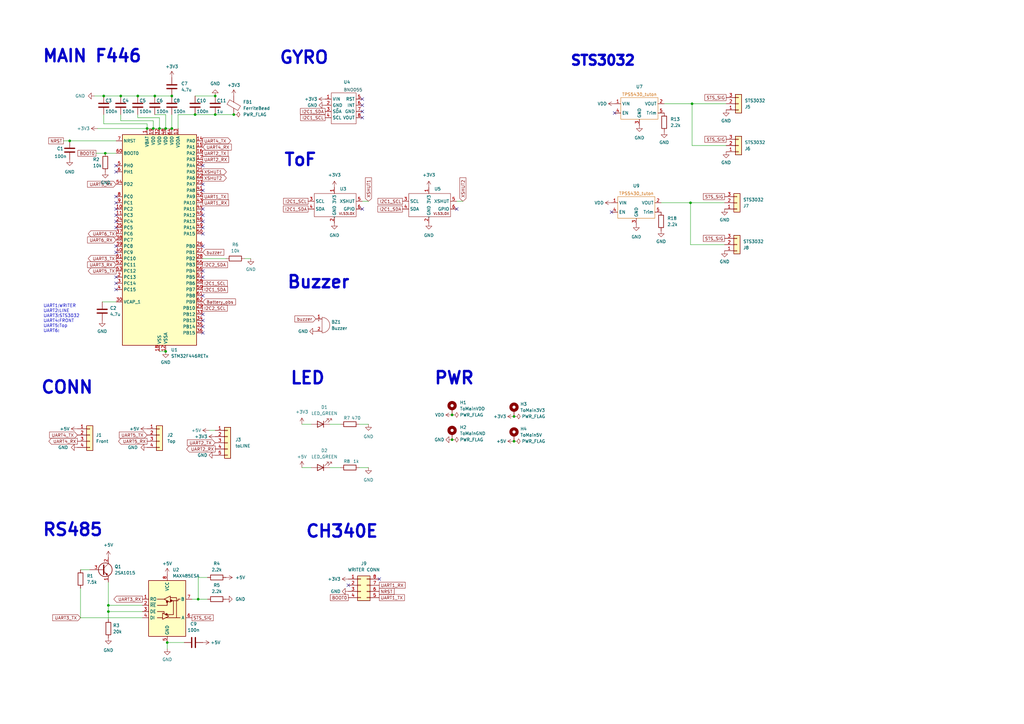
<source format=kicad_sch>
(kicad_sch (version 20230121) (generator eeschema)
  (paper "A3")
  (lib_symbols
    (symbol "BNO055:AE-BNO055-BO"
      (property "Reference" "U" (at -2.54 10.16 0))
      (symbol "AE-BNO055-BO_0_1"
        (rectangle (start -5.08 7.62) (end 5.08 -5.08))
      )
      (symbol "AE-BNO055-BO_1_1"
        (text "BNO055" (at 3.81 8.89 0) (effects (font (size 1.27 1.27))))
        (pin passive line (at -7.62 5.08 0) (length 2.54) (name "VIN") (number "1"))
        (pin passive line (at -7.62 2.54 0) (length 2.54) (name "GND") (number "2"))
        (pin passive line (at -7.62 0 0) (length 2.54) (name "SDA") (number "3"))
        (pin passive line (at -7.62 -2.54 0) (length 2.54) (name "SCL") (number "4"))
        (pin passive line (at 7.62 5.08 180) (length 2.54) (name "RST") (number "5"))
        (pin passive line (at 7.62 2.54 180) (length 2.54) (name "INT") (number "6"))
        (pin passive line (at 7.62 0 180) (length 2.54) (name "GND") (number "7"))
        (pin passive line (at 7.62 -2.54 180) (length 2.54) (name "VOUT") (number "8"))
      )
    )
    (symbol "Connector_Generic:Conn_01x03" (pin_names (offset 1.016) hide)
      (property "Reference" "J" (at 0 5.08 0))
      (property "Value" "Conn_01x03" (at 0 -5.08 0))
      (symbol "Conn_01x03_1_1"
        (rectangle (start -1.27 -2.413) (end 0 -2.667) (stroke (width 0.1524)))
        (rectangle (start -1.27 0.127) (end 0 -0.127) (stroke (width 0.1524)))
        (rectangle (start -1.27 2.667) (end 0 2.413) (stroke (width 0.1524)))
        (rectangle (start -1.27 3.81) (end 1.27 -3.81) (stroke (width 0.254)) (fill (type background)))
        (pin passive line (at -5.08 2.54 0) (length 3.81) (name "Pin_1") (number "1"))
        (pin passive line (at -5.08 0 0) (length 3.81) (name "Pin_2") (number "2"))
        (pin passive line (at -5.08 -2.54 0) (length 3.81) (name "Pin_3") (number "3"))
      )
    )
    (symbol "Connector_Generic:Conn_01x04" (pin_names (offset 1.016) hide)
      (property "Reference" "J" (at 0 5.08 0))
      (property "Value" "Conn_01x04" (at 0 -7.62 0))
      (symbol "Conn_01x04_1_1"
        (rectangle (start -1.27 -4.953) (end 0 -5.207) (stroke (width 0.1524)))
        (rectangle (start -1.27 -2.413) (end 0 -2.667) (stroke (width 0.1524)))
        (rectangle (start -1.27 0.127) (end 0 -0.127) (stroke (width 0.1524)))
        (rectangle (start -1.27 2.667) (end 0 2.413) (stroke (width 0.1524)))
        (rectangle (start -1.27 3.81) (end 1.27 -6.35) (stroke (width 0.254)) (fill (type background)))
        (pin passive line (at -5.08 2.54 0) (length 3.81) (name "Pin_1") (number "1"))
        (pin passive line (at -5.08 0 0) (length 3.81) (name "Pin_2") (number "2"))
        (pin passive line (at -5.08 -2.54 0) (length 3.81) (name "Pin_3") (number "3"))
        (pin passive line (at -5.08 -5.08 0) (length 3.81) (name "Pin_4") (number "4"))
      )
    )
    (symbol "Connector_Generic:Conn_01x05" (pin_names (offset 1.016) hide)
      (property "Reference" "J" (at 0 7.62 0))
      (property "Value" "Conn_01x05" (at 0 -7.62 0))
      (symbol "Conn_01x05_1_1"
        (rectangle (start -1.27 -4.953) (end 0 -5.207) (stroke (width 0.1524)))
        (rectangle (start -1.27 -2.413) (end 0 -2.667) (stroke (width 0.1524)))
        (rectangle (start -1.27 0.127) (end 0 -0.127) (stroke (width 0.1524)))
        (rectangle (start -1.27 2.667) (end 0 2.413) (stroke (width 0.1524)))
        (rectangle (start -1.27 5.207) (end 0 4.953) (stroke (width 0.1524)))
        (rectangle (start -1.27 6.35) (end 1.27 -6.35) (stroke (width 0.254)) (fill (type background)))
        (pin passive line (at -5.08 5.08 0) (length 3.81) (name "Pin_1") (number "1"))
        (pin passive line (at -5.08 2.54 0) (length 3.81) (name "Pin_2") (number "2"))
        (pin passive line (at -5.08 0 0) (length 3.81) (name "Pin_3") (number "3"))
        (pin passive line (at -5.08 -2.54 0) (length 3.81) (name "Pin_4") (number "4"))
        (pin passive line (at -5.08 -5.08 0) (length 3.81) (name "Pin_5") (number "5"))
      )
    )
    (symbol "Connector_Generic:Conn_02x04_Counter_Clockwise" (pin_names (offset 1.016) hide)
      (property "Reference" "J" (at 1.27 5.08 0))
      (property "Value" "Conn_02x04_Counter_Clockwise" (at 1.27 -7.62 0))
      (symbol "Conn_02x04_Counter_Clockwise_1_1"
        (rectangle (start -1.27 -4.953) (end 0 -5.207) (stroke (width 0.1524)))
        (rectangle (start -1.27 -2.413) (end 0 -2.667) (stroke (width 0.1524)))
        (rectangle (start -1.27 0.127) (end 0 -0.127) (stroke (width 0.1524)))
        (rectangle (start -1.27 2.667) (end 0 2.413) (stroke (width 0.1524)))
        (rectangle (start -1.27 3.81) (end 3.81 -6.35) (stroke (width 0.254)) (fill (type background)))
        (rectangle (start 3.81 -4.953) (end 2.54 -5.207) (stroke (width 0.1524)))
        (rectangle (start 3.81 -2.413) (end 2.54 -2.667) (stroke (width 0.1524)))
        (rectangle (start 3.81 0.127) (end 2.54 -0.127) (stroke (width 0.1524)))
        (rectangle (start 3.81 2.667) (end 2.54 2.413) (stroke (width 0.1524)))
        (pin passive line (at -5.08 2.54 0) (length 3.81) (name "Pin_1") (number "1"))
        (pin passive line (at -5.08 0 0) (length 3.81) (name "Pin_2") (number "2"))
        (pin passive line (at -5.08 -2.54 0) (length 3.81) (name "Pin_3") (number "3"))
        (pin passive line (at -5.08 -5.08 0) (length 3.81) (name "Pin_4") (number "4"))
        (pin passive line (at 7.62 -5.08 180) (length 3.81) (name "Pin_5") (number "5"))
        (pin passive line (at 7.62 -2.54 180) (length 3.81) (name "Pin_6") (number "6"))
        (pin passive line (at 7.62 0 180) (length 3.81) (name "Pin_7") (number "7"))
        (pin passive line (at 7.62 2.54 180) (length 3.81) (name "Pin_8") (number "8"))
      )
    )
    (symbol "Device:Buzzer" (pin_names (offset 0.0254) hide)
      (property "Reference" "BZ" (at 3.81 1.27 0))
      (property "Value" "Buzzer" (at 3.81 -1.27 0))
      (symbol "Buzzer_0_1"
        (arc (start 0 -3.175) (mid 3.1612 0) (end 0 3.175))
        (polyline (pts (xy -1.651 1.905) (xy -1.143 1.905)))
        (polyline (pts (xy -1.397 2.159) (xy -1.397 1.651)))
        (polyline (pts (xy 0 3.175) (xy 0 -3.175)))
      )
      (symbol "Buzzer_1_1"
        (pin passive line (at -2.54 2.54 0) (length 2.54) (name "-") (number "1"))
        (pin passive line (at -2.54 -2.54 0) (length 2.54) (name "+") (number "2"))
      )
    )
    (symbol "Device:C" (pin_numbers hide) (pin_names (offset 0.254))
      (property "Reference" "C" (at 0.635 2.54 0))
      (property "Value" "C" (at 0.635 -2.54 0))
      (symbol "C_0_1"
        (polyline (pts (xy -2.032 -0.762) (xy 2.032 -0.762)) (stroke (width 0.508)))
        (polyline (pts (xy -2.032 0.762) (xy 2.032 0.762)) (stroke (width 0.508)))
      )
      (symbol "C_1_1"
        (pin passive line (at 0 3.81 270) (length 2.794) (name "~") (number "1"))
        (pin passive line (at 0 -3.81 90) (length 2.794) (name "~") (number "2"))
      )
    )
    (symbol "Device:FerriteBead" (pin_numbers hide) (pin_names (offset 0))
      (property "Reference" "FB" (at -3.81 0.635 90))
      (property "Value" "FerriteBead" (at 3.81 0 90))
      (symbol "FerriteBead_0_1"
        (polyline (pts (xy 0 -1.27) (xy 0 -1.2192)))
        (polyline (pts (xy 0 1.27) (xy 0 1.2954)))
        (polyline (pts (xy -2.7686 0.4064) (xy -1.7018 2.2606) (xy 2.7686 -0.3048) (xy 1.6764 -2.159) (xy -2.7686 0.4064)))
      )
      (symbol "FerriteBead_1_1"
        (pin passive line (at 0 3.81 270) (length 2.54) (name "~") (number "1"))
        (pin passive line (at 0 -3.81 90) (length 2.54) (name "~") (number "2"))
      )
    )
    (symbol "Device:LED" (pin_numbers hide) (pin_names (offset 1.016) hide)
      (property "Reference" "D" (at 0 2.54 0))
      (property "Value" "LED" (at 0 -2.54 0))
      (symbol "LED_0_1"
        (polyline (pts (xy -1.27 -1.27) (xy -1.27 1.27)) (stroke (width 0.254)))
        (polyline (pts (xy -1.27 0) (xy 1.27 0)))
        (polyline (pts (xy 1.27 -1.27) (xy 1.27 1.27) (xy -1.27 0) (xy 1.27 -1.27)) (stroke (width 0.254)))
        (polyline (pts (xy -3.048 -0.762) (xy -4.572 -2.286) (xy -3.81 -2.286) (xy -4.572 -2.286) (xy -4.572 -1.524)))
        (polyline (pts (xy -1.778 -0.762) (xy -3.302 -2.286) (xy -2.54 -2.286) (xy -3.302 -2.286) (xy -3.302 -1.524)))
      )
      (symbol "LED_1_1"
        (pin passive line (at -3.81 0 0) (length 2.54) (name "K") (number "1"))
        (pin passive line (at 3.81 0 180) (length 2.54) (name "A") (number "2"))
      )
    )
    (symbol "Device:R" (pin_numbers hide) (pin_names (offset 0))
      (property "Reference" "R" (at 2.032 0 90))
      (property "Value" "R" (at 0 0 90))
      (symbol "R_0_1"
        (rectangle (start -1.016 -2.54) (end 1.016 2.54) (stroke (width 0.254)))
      )
      (symbol "R_1_1"
        (pin passive line (at 0 3.81 270) (length 1.27) (name "~") (number "1"))
        (pin passive line (at 0 -3.81 90) (length 1.27) (name "~") (number "2"))
      )
    )
    (symbol "Interface_UART:MAX485E"
      (property "Reference" "U" (at -6.096 11.43 0))
      (property "Value" "MAX485E" (at 0.762 11.43 0))
      (symbol "MAX485E_0_1"
        (rectangle (start -7.62 10.16) (end 7.62 -12.7) (stroke (width 0.254)) (fill (type background)))
        (circle (center -0.3048 -3.683) (radius 0.3556) (stroke (width 0.254)) (fill (type outline)))
        (circle (center -0.0254 1.4986) (radius 0.3556) (stroke (width 0.254)) (fill (type outline)))
        (polyline (pts (xy -4.064 -5.08) (xy -1.905 -5.08)) (stroke (width 0.254)))
        (polyline (pts (xy -4.064 2.54) (xy -1.27 2.54)) (stroke (width 0.254)))
        (polyline (pts (xy -1.27 -3.2004) (xy -1.27 -3.4544)) (stroke (width 0.254)))
        (polyline (pts (xy -0.635 -5.08) (xy 5.334 -5.08)) (stroke (width 0.254)))
        (polyline (pts (xy -4.064 -2.54) (xy -1.27 -2.54) (xy -1.27 -3.175)) (stroke (width 0.254)))
        (polyline (pts (xy 0 1.27) (xy 0 0) (xy -4.064 0)) (stroke (width 0.254)))
        (polyline (pts (xy 1.27 3.175) (xy 3.81 3.175) (xy 3.81 -5.08)) (stroke (width 0.254)))
        (polyline (pts (xy 2.54 1.905) (xy 2.54 -3.81) (xy 0 -3.81)) (stroke (width 0.254)))
        (polyline (pts (xy -1.905 -3.175) (xy -1.905 -5.715) (xy 0.635 -4.445) (xy -1.905 -3.175)) (stroke (width 0.254)))
        (polyline (pts (xy -1.27 2.54) (xy 1.27 3.81) (xy 1.27 1.27) (xy -1.27 2.54)) (stroke (width 0.254)))
        (polyline (pts (xy 1.905 1.905) (xy 4.445 1.905) (xy 4.445 2.54) (xy 5.334 2.54)) (stroke (width 0.254)))
        (rectangle (start 1.27 3.175) (end 1.27 3.175))
        (circle (center 1.651 1.905) (radius 0.3556) (stroke (width 0.254)) (fill (type outline)))
      )
      (symbol "MAX485E_1_1"
        (pin output line (at -10.16 2.54 0) (length 2.54) (name "RO") (number "1"))
        (pin input line (at -10.16 0 0) (length 2.54) (name "~{RE}") (number "2"))
        (pin input line (at -10.16 -2.54 0) (length 2.54) (name "DE") (number "3"))
        (pin input line (at -10.16 -5.08 0) (length 2.54) (name "DI") (number "4"))
        (pin power_in line (at 0 -15.24 90) (length 2.54) (name "GND") (number "5"))
        (pin bidirectional line (at 10.16 -5.08 180) (length 2.54) (name "A") (number "6"))
        (pin bidirectional line (at 10.16 2.54 180) (length 2.54) (name "B") (number "7"))
        (pin power_in line (at 0 12.7 270) (length 2.54) (name "VCC") (number "8"))
      )
    )
    (symbol "MCU_ST_STM32F4:STM32F446RETx"
      (property "Reference" "U" (at -15.24 44.45 0))
      (property "Value" "STM32F446RETx" (at 10.16 44.45 0))
      (symbol "STM32F446RETx_0_1"
        (rectangle (start -15.24 -43.18) (end 15.24 43.18) (stroke (width 0.254)) (fill (type background)))
      )
      (symbol "STM32F446RETx_1_1"
        (pin power_in line (at -5.08 45.72 270) (length 2.54) (name "VBAT") (number "1"))
        (pin bidirectional line (at -17.78 12.7 0) (length 2.54) (name "PC2") (number "10"))
        (pin bidirectional line (at -17.78 10.16 0) (length 2.54) (name "PC3") (number "11"))
        (pin power_in line (at 2.54 -45.72 90) (length 2.54) (name "VSSA") (number "12"))
        (pin power_in line (at 7.62 45.72 270) (length 2.54) (name "VDDA") (number "13"))
        (pin bidirectional line (at 17.78 40.64 180) (length 2.54) (name "PA0") (number "14"))
        (pin bidirectional line (at 17.78 38.1 180) (length 2.54) (name "PA1") (number "15"))
        (pin bidirectional line (at 17.78 35.56 180) (length 2.54) (name "PA2") (number "16"))
        (pin bidirectional line (at 17.78 33.02 180) (length 2.54) (name "PA3") (number "17"))
        (pin power_in line (at 0 -45.72 90) (length 2.54) (name "VSS") (number "18"))
        (pin power_in line (at -2.54 45.72 270) (length 2.54) (name "VDD") (number "19"))
        (pin bidirectional line (at -17.78 -15.24 0) (length 2.54) (name "PC13") (number "2"))
        (pin bidirectional line (at 17.78 30.48 180) (length 2.54) (name "PA4") (number "20"))
        (pin bidirectional line (at 17.78 27.94 180) (length 2.54) (name "PA5") (number "21"))
        (pin bidirectional line (at 17.78 25.4 180) (length 2.54) (name "PA6") (number "22"))
        (pin bidirectional line (at 17.78 22.86 180) (length 2.54) (name "PA7") (number "23"))
        (pin bidirectional line (at -17.78 7.62 0) (length 2.54) (name "PC4") (number "24"))
        (pin bidirectional line (at -17.78 5.08 0) (length 2.54) (name "PC5") (number "25"))
        (pin bidirectional line (at 17.78 -2.54 180) (length 2.54) (name "PB0") (number "26"))
        (pin bidirectional line (at 17.78 -5.08 180) (length 2.54) (name "PB1") (number "27"))
        (pin bidirectional line (at 17.78 -7.62 180) (length 2.54) (name "PB2") (number "28"))
        (pin bidirectional line (at 17.78 -27.94 180) (length 2.54) (name "PB10") (number "29"))
        (pin bidirectional line (at -17.78 -17.78 0) (length 2.54) (name "PC14") (number "3"))
        (pin power_out line (at -17.78 -25.4 0) (length 2.54) (name "VCAP_1") (number "30"))
        (pin passive line (at 0 -45.72 90) (length 2.54) hide (name "VSS") (number "31"))
        (pin power_in line (at 0 45.72 270) (length 2.54) (name "VDD") (number "32"))
        (pin bidirectional line (at 17.78 -30.48 180) (length 2.54) (name "PB12") (number "33"))
        (pin bidirectional line (at 17.78 -33.02 180) (length 2.54) (name "PB13") (number "34"))
        (pin bidirectional line (at 17.78 -35.56 180) (length 2.54) (name "PB14") (number "35"))
        (pin bidirectional line (at 17.78 -38.1 180) (length 2.54) (name "PB15") (number "36"))
        (pin bidirectional line (at -17.78 2.54 0) (length 2.54) (name "PC6") (number "37"))
        (pin bidirectional line (at -17.78 0 0) (length 2.54) (name "PC7") (number "38"))
        (pin bidirectional line (at -17.78 -2.54 0) (length 2.54) (name "PC8") (number "39"))
        (pin bidirectional line (at -17.78 -20.32 0) (length 2.54) (name "PC15") (number "4"))
        (pin bidirectional line (at -17.78 -5.08 0) (length 2.54) (name "PC9") (number "40"))
        (pin bidirectional line (at 17.78 20.32 180) (length 2.54) (name "PA8") (number "41"))
        (pin bidirectional line (at 17.78 17.78 180) (length 2.54) (name "PA9") (number "42"))
        (pin bidirectional line (at 17.78 15.24 180) (length 2.54) (name "PA10") (number "43"))
        (pin bidirectional line (at 17.78 12.7 180) (length 2.54) (name "PA11") (number "44"))
        (pin bidirectional line (at 17.78 10.16 180) (length 2.54) (name "PA12") (number "45"))
        (pin bidirectional line (at 17.78 7.62 180) (length 2.54) (name "PA13") (number "46"))
        (pin passive line (at 0 -45.72 90) (length 2.54) hide (name "VSS") (number "47"))
        (pin power_in line (at 2.54 45.72 270) (length 2.54) (name "VDD") (number "48"))
        (pin bidirectional line (at 17.78 5.08 180) (length 2.54) (name "PA14") (number "49"))
        (pin bidirectional line (at -17.78 30.48 0) (length 2.54) (name "PH0") (number "5"))
        (pin bidirectional line (at 17.78 2.54 180) (length 2.54) (name "PA15") (number "50"))
        (pin bidirectional line (at -17.78 -7.62 0) (length 2.54) (name "PC10") (number "51"))
        (pin bidirectional line (at -17.78 -10.16 0) (length 2.54) (name "PC11") (number "52"))
        (pin bidirectional line (at -17.78 -12.7 0) (length 2.54) (name "PC12") (number "53"))
        (pin bidirectional line (at -17.78 22.86 0) (length 2.54) (name "PD2") (number "54"))
        (pin bidirectional line (at 17.78 -10.16 180) (length 2.54) (name "PB3") (number "55"))
        (pin bidirectional line (at 17.78 -12.7 180) (length 2.54) (name "PB4") (number "56"))
        (pin bidirectional line (at 17.78 -15.24 180) (length 2.54) (name "PB5") (number "57"))
        (pin bidirectional line (at 17.78 -17.78 180) (length 2.54) (name "PB6") (number "58"))
        (pin bidirectional line (at 17.78 -20.32 180) (length 2.54) (name "PB7") (number "59"))
        (pin bidirectional line (at -17.78 27.94 0) (length 2.54) (name "PH1") (number "6"))
        (pin input line (at -17.78 35.56 0) (length 2.54) (name "BOOT0") (number "60"))
        (pin bidirectional line (at 17.78 -22.86 180) (length 2.54) (name "PB8") (number "61"))
        (pin bidirectional line (at 17.78 -25.4 180) (length 2.54) (name "PB9") (number "62"))
        (pin passive line (at 0 -45.72 90) (length 2.54) hide (name "VSS") (number "63"))
        (pin power_in line (at 5.08 45.72 270) (length 2.54) (name "VDD") (number "64"))
        (pin input line (at -17.78 40.64 0) (length 2.54) (name "NRST") (number "7"))
        (pin bidirectional line (at -17.78 17.78 0) (length 2.54) (name "PC0") (number "8"))
        (pin bidirectional line (at -17.78 15.24 0) (length 2.54) (name "PC1") (number "9"))
      )
    )
    (symbol "Mechanical:MountingHole_Pad" (pin_numbers hide) (pin_names (offset 1.016) hide)
      (property "Reference" "H" (at 0 6.35 0))
      (property "Value" "MountingHole_Pad" (at 0 4.445 0))
      (symbol "MountingHole_Pad_0_1"
        (circle (center 0 1.27) (radius 1.27) (stroke (width 1.27)))
      )
      (symbol "MountingHole_Pad_1_1"
        (pin input line (at 0 -2.54 90) (length 2.54) (name "1") (number "1"))
      )
    )
    (symbol "Transistor_BJT:2SA1015" (pin_names (offset 0) hide)
      (property "Reference" "Q" (at 5.08 1.905 0))
      (property "Value" "2SA1015" (at 5.08 0 0))
      (symbol "2SA1015_0_1"
        (polyline (pts (xy 0 0) (xy 0.635 0)))
        (polyline (pts (xy 2.54 -2.54) (xy 0.635 -0.635)))
        (polyline (pts (xy 2.54 2.54) (xy 0.635 0.635)))
        (polyline (pts (xy 0.635 1.905) (xy 0.635 -1.905) (xy 0.635 -1.905)) (stroke (width 0.508)) (fill (type outline)))
        (polyline (pts (xy 1.778 -2.286) (xy 2.286 -1.778) (xy 1.27 -1.27) (xy 1.778 -2.286) (xy 1.778 -2.286)) (fill (type outline)))
        (circle (center 1.27 0) (radius 2.8194) (stroke (width 0.254)))
      )
      (symbol "2SA1015_1_1"
        (pin passive line (at 2.54 -5.08 90) (length 2.54) (name "E") (number "1"))
        (pin passive line (at 2.54 5.08 270) (length 2.54) (name "C") (number "2"))
        (pin input line (at -5.08 0 0) (length 5.08) (name "B") (number "3"))
      )
    )
    (symbol "power:+3V3" (power) (pin_names (offset 0))
      (property "Value" "+3V3" (at 0 3.556 0))
      (symbol "+3V3_0_1"
        (polyline (pts (xy -0.762 1.27) (xy 0 2.54)))
        (polyline (pts (xy 0 0) (xy 0 2.54)))
        (polyline (pts (xy 0 2.54) (xy 0.762 1.27)))
      )
      (symbol "+3V3_1_1"
        (pin power_in line (at 0 0 90) (length 0) hide (name "+3V3") (number "1"))
      )
    )
    (symbol "power:+5V" (power) (pin_names (offset 0))
      (property "Value" "+5V" (at 0 3.556 0))
      (symbol "+5V_0_1"
        (polyline (pts (xy -0.762 1.27) (xy 0 2.54)))
        (polyline (pts (xy 0 0) (xy 0 2.54)))
        (polyline (pts (xy 0 2.54) (xy 0.762 1.27)))
      )
      (symbol "+5V_1_1"
        (pin power_in line (at 0 0 90) (length 0) hide (name "+5V") (number "1"))
      )
    )
    (symbol "power:GND" (power) (pin_names (offset 0))
      (property "Value" "GND" (at 0 -3.81 0))
      (symbol "GND_0_1"
        (polyline (pts (xy 0 0) (xy 0 -1.27) (xy 1.27 -1.27) (xy 0 -2.54) (xy -1.27 -1.27) (xy 0 -1.27)))
      )
      (symbol "GND_1_1"
        (pin power_in line (at 0 0 270) (length 0) hide (name "GND") (number "1"))
      )
    )
    (symbol "power:PWR_FLAG" (power) (pin_numbers hide) (pin_names (offset 0) hide)
      (property "Value" "PWR_FLAG" (at 0 3.81 0))
      (symbol "PWR_FLAG_0_0"
        (pin power_out line (at 0 0 90) (length 0) (name "pwr") (number "1"))
      )
      (symbol "PWR_FLAG_0_1"
        (polyline (pts (xy 0 0) (xy 0 1.27) (xy -1.016 1.905) (xy 0 2.54) (xy 1.016 1.905) (xy 0 1.27)))
      )
    )
    (symbol "power:VDD" (power) (pin_names (offset 0))
      (property "Value" "VDD" (at 0 3.81 0))
      (symbol "VDD_0_1"
        (polyline (pts (xy -0.762 1.27) (xy 0 2.54)))
        (polyline (pts (xy 0 0) (xy 0 2.54)))
        (polyline (pts (xy 0 2.54) (xy 0.762 1.27)))
      )
      (symbol "VDD_1_1"
        (pin power_in line (at 0 0 90) (length 0) hide (name "VDD") (number "1"))
      )
    )
    (symbol "tuton_module:TPS5430_module"
      (property "Reference" "U" (at 3.81 -3.81 0))
      (symbol "TPS5430_module_1_1"
        (rectangle (start -7.62 6.35) (end 7.62 -2.54) (stroke (width 0) (color 204 102 0 1)))
        (text "TPS5430_tuton" (at 0 7.62 0) (effects (font (size 1.27 1.27))))
        (pin power_in line (at -10.16 3.81 0) (length 2.54) (name "VIN") (number "1"))
        (pin power_out line (at 10.16 3.81 180) (length 2.54) (name "VOUT") (number "2"))
        (pin power_in line (at 0 -5.08 90) (length 2.54) (name "GND") (number "3"))
        (pin input line (at -10.16 0 0) (length 2.54) (name "EN") (number "4"))
        (pin input line (at 10.16 0 180) (length 2.54) (name "Trim") (number "5"))
      )
    )
    (symbol "tuton_module:vl53l0x_module"
      (property "Reference" "U" (at 4.445 10.795 0))
      (symbol "vl53l0x_module_0_1"
        (rectangle (start -8.255 9.525) (end 8.89 0))
      )
      (symbol "vl53l0x_module_1_1"
        (text "VL53L0X" (at 5.08 1.27 0) (effects (font (size 1.016 1.016))))
        (pin power_in line (at 0 12.065 270) (length 2.54) (name "3V3") (number "1"))
        (pin power_in line (at 0 -2.54 90) (length 2.54) (name "GND") (number "2"))
        (pin passive line (at -10.795 6.35 0) (length 2.54) (name "SCL") (number "3"))
        (pin passive line (at -10.795 3.175 0) (length 2.54) (name "SDA") (number "4"))
        (pin passive line (at 11.43 6.35 180) (length 2.54) (name "XSHUT") (number "5"))
        (pin passive line (at 11.43 3.175 180) (length 2.54) (name "GPIO") (number "6"))
      )
    )
  )
  (junction (at 42.545 39.37))
  (junction (at 60.325 52.705))
  (junction (at 67.945 52.705))
  (junction (at 49.53 39.37))
  (junction (at 283.845 42.545))
  (junction (at 65.405 52.705))
  (junction (at 210.82 170.815))
  (junction (at 56.515 39.37))
  (junction (at 44.45 248.285))
  (junction (at 68.58 263.525))
  (junction (at 43.18 62.865))
  (junction (at 95.885 46.99))
  (junction (at 70.485 52.705))
  (junction (at 185.42 170.18))
  (junction (at 62.865 52.705))
  (junction (at 63.5 39.37))
  (junction (at 88.265 46.99))
  (junction (at 210.82 180.975))
  (junction (at 80.01 46.99))
  (junction (at 283.21 83.185))
  (junction (at 67.945 144.145))
  (junction (at 70.485 39.37))
  (junction (at 28.575 57.785))
  (junction (at 88.265 39.37))
  (junction (at 81.28 245.745))
  (junction (at 44.45 250.825))
  (junction (at 185.42 180.34))
  (no_connect (at 47.625 83.185))
  (no_connect (at 83.185 90.805))
  (no_connect (at 83.185 133.985))
  (no_connect (at 47.625 90.805))
  (no_connect (at 148.59 43.18))
  (no_connect (at 142.875 240.03))
  (no_connect (at 148.59 40.64))
  (no_connect (at 47.625 80.645))
  (no_connect (at 148.59 45.72))
  (no_connect (at 83.185 67.945))
  (no_connect (at 252.095 46.355))
  (no_connect (at 83.185 131.445))
  (no_connect (at 47.625 88.265))
  (no_connect (at 83.185 88.265))
  (no_connect (at 83.185 100.965))
  (no_connect (at 187.325 85.725))
  (no_connect (at 83.185 121.285))
  (no_connect (at 155.575 237.49))
  (no_connect (at 250.825 86.995))
  (no_connect (at 83.185 85.725))
  (no_connect (at 47.625 85.725))
  (no_connect (at 47.625 118.745))
  (no_connect (at 83.185 93.345))
  (no_connect (at 47.625 113.665))
  (no_connect (at 83.185 111.125))
  (no_connect (at 148.59 48.26))
  (no_connect (at 83.185 75.565))
  (no_connect (at 83.185 113.665))
  (no_connect (at 47.625 93.345))
  (no_connect (at 83.185 95.885))
  (no_connect (at 83.185 128.905))
  (no_connect (at 47.625 100.965))
  (no_connect (at 148.59 85.725))
  (no_connect (at 47.625 70.485))
  (no_connect (at 47.625 67.945))
  (no_connect (at 83.185 78.105))
  (no_connect (at 83.185 136.525))
  (no_connect (at 47.625 103.505))
  (no_connect (at 47.625 116.205))
  (wire (pts (xy 100.33 106.045) (xy 102.87 106.045)))
  (wire (pts (xy 68.58 266.065) (xy 68.58 263.525)))
  (wire (pts (xy 85.725 176.53) (xy 88.265 176.53)))
  (wire (pts (xy 85.09 236.855) (xy 81.28 236.855)))
  (wire (pts (xy 38.735 39.37) (xy 42.545 39.37)))
  (wire (pts (xy 73.025 46.99) (xy 80.01 46.99)))
  (wire (pts (xy 33.02 253.365) (xy 33.02 241.3)))
  (wire (pts (xy 56.515 46.99) (xy 56.515 48.26)))
  (wire (pts (xy 139.7 191.77) (xy 135.255 191.77)))
  (wire (pts (xy 127.635 173.99) (xy 123.825 173.99)))
  (wire (pts (xy 44.45 248.285) (xy 58.42 248.285)))
  (wire (pts (xy 283.845 42.545) (xy 297.815 42.545)))
  (wire (pts (xy 283.21 83.185) (xy 297.18 83.185)))
  (wire (pts (xy 63.5 39.37) (xy 70.485 39.37)))
  (wire (pts (xy 139.7 173.99) (xy 135.255 173.99)))
  (wire (pts (xy 42.545 50.8) (xy 60.325 50.8)))
  (wire (pts (xy 42.545 39.37) (xy 49.53 39.37)))
  (wire (pts (xy 83.185 106.045) (xy 92.71 106.045)))
  (wire (pts (xy 41.91 123.825) (xy 47.625 123.825)))
  (wire (pts (xy 80.01 39.37) (xy 88.265 39.37)))
  (wire (pts (xy 42.545 46.99) (xy 42.545 50.8)))
  (wire (pts (xy 67.945 46.99) (xy 67.945 52.705)))
  (wire (pts (xy 283.845 42.545) (xy 283.845 59.69)))
  (wire (pts (xy 40.005 52.705) (xy 60.325 52.705)))
  (wire (pts (xy 81.28 236.855) (xy 81.28 245.745)))
  (wire (pts (xy 271.145 83.185) (xy 283.21 83.185)))
  (wire (pts (xy 49.53 46.99) (xy 49.53 49.53)))
  (wire (pts (xy 272.415 42.545) (xy 283.845 42.545)))
  (wire (pts (xy 151.13 82.55) (xy 148.59 82.55)))
  (wire (pts (xy 39.37 62.865) (xy 43.18 62.865)))
  (wire (pts (xy 44.45 250.825) (xy 58.42 250.825)))
  (wire (pts (xy 78.74 245.745) (xy 81.28 245.745)))
  (wire (pts (xy 33.02 253.365) (xy 58.42 253.365)))
  (wire (pts (xy 283.845 59.69) (xy 297.815 59.69)))
  (wire (pts (xy 73.025 52.705) (xy 73.025 46.99)))
  (wire (pts (xy 65.405 48.26) (xy 65.405 52.705)))
  (wire (pts (xy 26.035 57.785) (xy 28.575 57.785)))
  (wire (pts (xy 56.515 48.26) (xy 65.405 48.26)))
  (wire (pts (xy 44.45 238.76) (xy 44.45 248.285)))
  (wire (pts (xy 81.28 245.745) (xy 85.09 245.745)))
  (wire (pts (xy 62.865 52.705) (xy 65.405 52.705)))
  (wire (pts (xy 60.325 50.8) (xy 60.325 52.705)))
  (wire (pts (xy 28.575 57.785) (xy 47.625 57.785)))
  (wire (pts (xy 33.02 233.68) (xy 36.83 233.68)))
  (wire (pts (xy 189.865 82.55) (xy 187.325 82.55)))
  (wire (pts (xy 80.01 46.99) (xy 88.265 46.99)))
  (wire (pts (xy 70.485 46.99) (xy 70.485 52.705)))
  (wire (pts (xy 43.18 62.865) (xy 47.625 62.865)))
  (wire (pts (xy 151.13 173.99) (xy 147.32 173.99)))
  (wire (pts (xy 68.58 263.525) (xy 75.565 263.525)))
  (wire (pts (xy 49.53 49.53) (xy 62.865 49.53)))
  (wire (pts (xy 283.21 83.185) (xy 283.21 100.33)))
  (wire (pts (xy 44.45 250.825) (xy 44.45 254)))
  (wire (pts (xy 151.13 191.77) (xy 147.32 191.77)))
  (wire (pts (xy 283.21 100.33) (xy 297.18 100.33)))
  (wire (pts (xy 44.45 248.285) (xy 44.45 250.825)))
  (wire (pts (xy 88.265 46.99) (xy 95.885 46.99)))
  (wire (pts (xy 49.53 39.37) (xy 56.515 39.37)))
  (wire (pts (xy 67.945 52.705) (xy 70.485 52.705)))
  (wire (pts (xy 56.515 39.37) (xy 63.5 39.37)))
  (wire (pts (xy 65.405 144.145) (xy 67.945 144.145)))
  (wire (pts (xy 60.325 52.705) (xy 62.865 52.705)))
  (wire (pts (xy 65.405 52.705) (xy 67.945 52.705)))
  (wire (pts (xy 127.635 191.77) (xy 123.825 191.77)))
  (wire (pts (xy 62.865 49.53) (xy 62.865 52.705)))
  (wire (pts (xy 63.5 46.99) (xy 67.945 46.99)))
  (text "STS3032\n" (at 233.68 27.305 0) (effects (font (size 4 4) (thickness 2) bold) (justify left bottom)))
  (text "Buzzer\n" (at 117.475 118.745 0) (effects (font (size 5 5) (thickness 1) bold) (justify left bottom)))
  (text "MAIN F446\n" (at 17.145 26.035 0) (effects (font (size 5 5) (thickness 1) bold) (justify left bottom)))
  (text "UART1:WRITER\nUART2:LINE\nUART3:STS3032\nUART4:FRONT\nUART5:Top\nUART6:" (at 17.78 136.525 0) (effects (font (size 1.27 1.27)) (justify left bottom)))
  (text "ToF" (at 116.205 68.58 0) (effects (font (size 5 5) (thickness 1) bold) (justify left bottom)))
  (text "CONN\n" (at 16.51 161.925 0) (effects (font (size 5 5) (thickness 1) bold) (justify left bottom)))
  (text "GYRO\n" (at 114.3 26.67 0) (effects (font (size 5 5) (thickness 1) bold) (justify left bottom)))
  (text "CH340E\n" (at 125.095 220.98 0) (effects (font (size 5 5) (thickness 1) bold) (justify left bottom)))
  (text "RS485\n" (at 17.145 220.345 0) (effects (font (size 5 5) (thickness 1) bold) (justify left bottom)))
  (text "PWR" (at 177.8 158.115 0) (effects (font (size 5 5) (thickness 1) bold) (justify left bottom)))
  (text "LED" (at 118.745 158.115 0) (effects (font (size 5 5) (thickness 1) bold) (justify left bottom)))
  (global_label "UART1_RX" (shape passive) (at 83.185 83.185 0) (property "Intersheetrefs" "${INTERSHEET_REFS}" (effects hide)))
  (global_label "UART2_TX" (shape passive) (at 83.185 62.865 0) (property "Intersheetrefs" "${INTERSHEET_REFS}" (effects hide)))
  (global_label "NRST" (shape passive) (at 155.575 242.57 0) (property "Intersheetrefs" "${INTERSHEET_REFS}" (effects hide)))
  (global_label "STS_SIG" (shape passive) (at 297.815 57.15 180) (property "Intersheetrefs" "${INTERSHEET_REFS}" (effects hide)))
  (global_label "STS_SIG" (shape passive) (at 78.74 253.365 0) (property "Intersheetrefs" "${INTERSHEET_REFS}" (effects hide)))
  (global_label "XSHUT1" (shape input) (at 151.13 82.55 90) (property "Intersheetrefs" "${INTERSHEET_REFS}" (effects hide)))
  (global_label "I2C1_SDA" (shape passive) (at 83.185 118.745 0) (property "Intersheetrefs" "${INTERSHEET_REFS}" (effects hide)))
  (global_label "UART1_TX" (shape passive) (at 83.185 80.645 0) (property "Intersheetrefs" "${INTERSHEET_REFS}" (effects hide)))
  (global_label "UART3_RX" (shape input) (at 47.625 108.585 180) (property "Intersheetrefs" "${INTERSHEET_REFS}" (effects hide)))
  (global_label "UART5_RX" (shape input) (at 47.625 75.565 180) (property "Intersheetrefs" "${INTERSHEET_REFS}" (effects hide)))
  (global_label "STS_SIG" (shape passive) (at 297.815 40.005 180) (property "Intersheetrefs" "${INTERSHEET_REFS}" (effects hide)))
  (global_label "I2C2_SDA" (shape passive) (at 83.185 108.585 0) (property "Intersheetrefs" "${INTERSHEET_REFS}" (effects hide)))
  (global_label "I2C1_SDA" (shape passive) (at 126.365 85.725 180) (property "Intersheetrefs" "${INTERSHEET_REFS}" (effects hide)))
  (global_label "I2C1_SDA" (shape passive) (at 133.35 45.72 180) (property "Intersheetrefs" "${INTERSHEET_REFS}" (effects hide)))
  (global_label "I2C1_SCL" (shape passive) (at 126.365 82.55 180) (property "Intersheetrefs" "${INTERSHEET_REFS}" (effects hide)))
  (global_label "UART5_RX" (shape output) (at 60.325 180.975 180) (property "Intersheetrefs" "${INTERSHEET_REFS}" (effects hide)))
  (global_label "UART3_TX" (shape input) (at 33.02 253.365 180) (property "Intersheetrefs" "${INTERSHEET_REFS}" (effects hide)))
  (global_label "UART1_RX" (shape passive) (at 155.575 240.03 0) (property "Intersheetrefs" "${INTERSHEET_REFS}" (effects hide)))
  (global_label "UART2_RX" (shape passive) (at 83.185 65.405 0) (property "Intersheetrefs" "${INTERSHEET_REFS}" (effects hide)))
  (global_label "UART5_TX" (shape input) (at 60.325 178.435 180) (property "Intersheetrefs" "${INTERSHEET_REFS}" (effects hide)))
  (global_label "UART6_TX" (shape output) (at 47.625 95.885 180) (property "Intersheetrefs" "${INTERSHEET_REFS}" (effects hide)))
  (global_label "UART4_RX" (shape output) (at 31.75 180.975 180) (property "Intersheetrefs" "${INTERSHEET_REFS}" (effects hide)))
  (global_label "buzzer" (shape input) (at 129.54 130.81 180) (property "Intersheetrefs" "${INTERSHEET_REFS}" (effects hide)))
  (global_label "I2C1_SCL" (shape passive) (at 83.185 116.205 0) (property "Intersheetrefs" "${INTERSHEET_REFS}" (effects hide)))
  (global_label "UART4_TX" (shape output) (at 83.185 57.785 0) (property "Intersheetrefs" "${INTERSHEET_REFS}" (effects hide)))
  (global_label "UART5_TX" (shape output) (at 47.625 111.125 180) (property "Intersheetrefs" "${INTERSHEET_REFS}" (effects hide)))
  (global_label "XSHUT2" (shape input) (at 189.865 82.55 90) (property "Intersheetrefs" "${INTERSHEET_REFS}" (effects hide)))
  (global_label "BOOT0" (shape passive) (at 142.875 245.11 180) (property "Intersheetrefs" "${INTERSHEET_REFS}" (effects hide)))
  (global_label "UART2_TX" (shape input) (at 88.265 181.61 180) (property "Intersheetrefs" "${INTERSHEET_REFS}" (effects hide)))
  (global_label "BOOT0" (shape passive) (at 39.37 62.865 180) (property "Intersheetrefs" "${INTERSHEET_REFS}" (effects hide)))
  (global_label "UART4_TX" (shape input) (at 31.75 178.435 180) (property "Intersheetrefs" "${INTERSHEET_REFS}" (effects hide)))
  (global_label "buzzer" (shape input) (at 83.185 103.505 0) (property "Intersheetrefs" "${INTERSHEET_REFS}" (effects hide)))
  (global_label "STS_SIG" (shape passive) (at 297.18 97.79 180) (property "Intersheetrefs" "${INTERSHEET_REFS}" (effects hide)))
  (global_label "UART3_TX" (shape output) (at 47.625 106.045 180) (property "Intersheetrefs" "${INTERSHEET_REFS}" (effects hide)))
  (global_label "UART3_RX" (shape output) (at 58.42 245.745 180) (property "Intersheetrefs" "${INTERSHEET_REFS}" (effects hide)))
  (global_label "XSHUT2" (shape output) (at 83.185 73.025 0) (property "Intersheetrefs" "${INTERSHEET_REFS}" (effects hide)))
  (global_label "I2C1_SCL" (shape passive) (at 165.1 82.55 180) (property "Intersheetrefs" "${INTERSHEET_REFS}" (effects hide)))
  (global_label "UART4_RX" (shape input) (at 83.185 60.325 0) (property "Intersheetrefs" "${INTERSHEET_REFS}" (effects hide)))
  (global_label "UART6_RX" (shape input) (at 47.625 98.425 180) (property "Intersheetrefs" "${INTERSHEET_REFS}" (effects hide)))
  (global_label "UART1_TX" (shape passive) (at 155.575 245.11 0) (property "Intersheetrefs" "${INTERSHEET_REFS}" (effects hide)))
  (global_label "I2C2_SCL" (shape passive) (at 83.185 126.365 0) (property "Intersheetrefs" "${INTERSHEET_REFS}" (effects hide)))
  (global_label "Battery_obs" (shape input) (at 83.185 123.825 0) (property "Intersheetrefs" "${INTERSHEET_REFS}" (effects hide)))
  (global_label "STS_SIG" (shape passive) (at 297.18 80.645 180) (property "Intersheetrefs" "${INTERSHEET_REFS}" (effects hide)))
  (global_label "I2C1_SDA" (shape passive) (at 165.1 85.725 180) (property "Intersheetrefs" "${INTERSHEET_REFS}" (effects hide)))
  (global_label "I2C1_SCL" (shape passive) (at 133.35 48.26 180) (property "Intersheetrefs" "${INTERSHEET_REFS}" (effects hide)))
  (global_label "NRST" (shape passive) (at 26.035 57.785 180) (property "Intersheetrefs" "${INTERSHEET_REFS}" (effects hide)))
  (global_label "XSHUT1" (shape output) (at 83.185 70.485 0) (property "Intersheetrefs" "${INTERSHEET_REFS}" (effects hide)))
  (global_label "UART2_RX" (shape output) (at 88.265 184.15 180) (property "Intersheetrefs" "${INTERSHEET_REFS}" (effects hide)))
  (symbol (lib_id "Connector_Generic:Conn_01x04") (at 36.83 178.435 0) (unit 1)
    (property "Reference" "J1" (at 39.37 178.435 0) (effects (justify left)))
    (property "Value" "Front" (at 39.37 180.975 0) (effects (justify left)))
    (property "Footprint" "Connector_JST:JST_XH_B4B-XH-A_1x04_P2.50mm_Vertical" (effects hide))
  )
  (symbol (lib_id "power:+5V") (at 44.45 228.6 0) (unit 1)
    (property "Reference" "#PWR08" (effects hide))
    (property "Value" "+5V" (at 44.45 223.52 0))
  )
  (symbol (lib_id "Device:Buzzer") (at 132.08 133.35 0) (unit 1)
    (property "Reference" "BZ1" (at 135.89 132.08 0) (effects (justify left)))
    (property "Value" "Buzzer" (at 135.89 134.62 0) (effects (justify left)))
    (property "Footprint" "Buzzer_Beeper:Buzzer_15x7.5RM7.6" (effects hide))
  )
  (symbol (lib_id "power:GND") (at 68.58 266.065 0) (unit 1)
    (property "Reference" "#PWR014" (effects hide))
    (property "Value" "GND" (at 68.58 270.51 0))
  )
  (symbol (lib_id "power:+3V3") (at 70.485 31.75 0) (unit 1)
    (property "Reference" "#PWR015" (effects hide))
    (property "Value" "+3V3" (at 70.485 27.305 0))
  )
  (symbol (lib_id "Device:R") (at 96.52 106.045 90) (unit 1)
    (property "Reference" "R6" (at 96.52 100.33 90))
    (property "Value" "10k" (at 96.52 102.87 90))
    (property "Footprint" "Resistor_SMD:R_0603_1608Metric" (effects hide))
    (property "LCSC" "C25804" (effects hide))
  )
  (symbol (lib_id "Connector_Generic:Conn_01x03") (at 302.895 59.69 0) (mirror x) (unit 1)
    (property "Reference" "J6" (at 305.435 60.96 0) (effects (justify left)))
    (property "Value" "STS3032" (at 305.435 58.42 0) (effects (justify left)))
    (property "Footprint" "Connector_Molex:Molex_SPOX_5267-03A_1x03_P2.50mm_Vertical" (effects hide))
  )
  (symbol (lib_id "Transistor_BJT:2SA1015") (at 41.91 233.68 0) (unit 1)
    (property "Reference" "Q1" (at 46.99 232.41 0) (effects (justify left)))
    (property "Value" "2SA1015" (at 46.99 234.95 0) (effects (justify left)))
    (property "Footprint" "Package_TO_SOT_THT:TO-92_Inline" (effects hide))
    (property "Datasheet" "http://www.datasheetcatalog.org/datasheet/toshiba/905.pdf" (effects hide))
  )
  (symbol (lib_id "power:GND") (at 151.13 173.99 0) (unit 1)
    (property "Reference" "#PWR033" (effects hide))
    (property "Value" "GND" (at 151.13 179.07 0))
  )
  (symbol (lib_id "Connector_Generic:Conn_01x04") (at 65.405 178.435 0) (unit 1)
    (property "Reference" "J2" (at 68.58 178.435 0) (effects (justify left)))
    (property "Value" "Top" (at 68.58 180.975 0) (effects (justify left)))
    (property "Footprint" "Connector_JST:JST_XH_B4B-XH-A_1x04_P2.50mm_Vertical" (effects hide))
  )
  (symbol (lib_id "Device:C") (at 49.53 43.18 0) (unit 1)
    (property "Reference" "C4" (at 50.165 41.275 0) (effects (justify left)))
    (property "Value" "100n" (at 50.165 45.72 0) (effects (justify left)))
    (property "Footprint" "Capacitor_SMD:C_0402_1005Metric" (effects hide))
    (property "LCSC" "C1525" (effects hide))
  )
  (symbol (lib_id "power:GND") (at 38.735 39.37 270) (unit 1)
    (property "Reference" "#PWR04" (effects hide))
    (property "Value" "GND" (at 34.925 39.37 90) (effects (justify right)))
  )
  (symbol (lib_id "power:+5V") (at 60.325 175.895 90) (unit 1)
    (property "Reference" "#PWR010" (effects hide))
    (property "Value" "+5V" (at 57.15 175.895 90) (effects (justify left)))
  )
  (symbol (lib_id "Interface_UART:MAX485E") (at 68.58 248.285 0) (unit 1)
    (property "Reference" "U2" (at 70.7741 233.68 0) (effects (justify left)))
    (property "Value" "MAX485ESA" (at 70.7741 236.22 0) (effects (justify left)))
    (property "Footprint" "Package_SO:SOP-8_3.9x4.9mm_P1.27mm" (effects hide))
    (property "Datasheet" "https://datasheets.maximintegrated.com/en/ds/MAX1487E-MAX491E.pdf" (effects hide))
  )
  (symbol (lib_id "Device:R") (at 88.9 236.855 270) (unit 1)
    (property "Reference" "R4" (at 88.9 231.14 90))
    (property "Value" "2.2k" (at 88.9 233.68 90))
    (property "Footprint" "Resistor_SMD:R_0603_1608Metric" (effects hide))
    (property "LCSC" "C4190" (effects hide))
  )
  (symbol (lib_id "tuton_module:vl53l0x_module") (at 137.16 88.9 0) (unit 1)
    (property "Reference" "U3" (at 139.3541 77.47 0) (effects (justify left)))
    (property "Value" "~" (at 137.16 88.9 0))
    (property "Footprint" "tuton:vl53l0x_vertical" (effects hide))
  )
  (symbol (lib_id "power:GND") (at 129.54 135.89 270) (unit 1)
    (property "Reference" "#PWR027" (effects hide))
    (property "Value" "GND" (at 126.365 135.89 90) (effects (justify right)))
  )
  (symbol (lib_id "power:GND") (at 88.265 186.69 270) (unit 1)
    (property "Reference" "#PWR020" (effects hide))
    (property "Value" "GND" (at 85.09 186.69 90) (effects (justify right)))
  )
  (symbol (lib_id "Device:R") (at 143.51 191.77 270) (unit 1)
    (property "Reference" "R8" (at 142.24 189.23 90))
    (property "Value" "1k" (at 146.05 189.23 90))
    (property "Footprint" "Resistor_SMD:R_0805_2012Metric" (effects hide))
    (property "LCSC" "C17513" (effects hide))
  )
  (symbol (lib_id "Device:R") (at 271.145 90.805 0) (unit 1)
    (property "Reference" "R18" (at 273.685 89.535 0) (effects (justify left)))
    (property "Value" "2.2k" (at 273.685 92.075 0) (effects (justify left)))
    (property "Footprint" "Resistor_SMD:R_0603_1608Metric" (effects hide))
    (property "LCSC" "C4190" (effects hide))
  )
  (symbol (lib_id "power:PWR_FLAG") (at 185.42 170.18 270) (unit 1)
    (property "Reference" "#FLG02" (effects hide))
    (property "Value" "PWR_FLAG" (at 188.595 170.18 90) (effects (justify left)))
  )
  (symbol (lib_id "power:GND") (at 272.415 53.975 0) (unit 1)
    (property "Reference" "#PWR048" (effects hide))
    (property "Value" "GND" (at 272.415 58.42 0))
  )
  (symbol (lib_id "MCU_ST_STM32F4:STM32F446RETx") (at 65.405 98.425 0) (unit 1)
    (property "Reference" "U1" (at 70.1391 143.51 0) (effects (justify left)))
    (property "Value" "STM32F446RETx" (at 70.1391 146.05 0) (effects (justify left)))
    (property "Footprint" "Package_QFP:LQFP-64_10x10mm_P0.5mm" (effects hide))
    (property "Datasheet" "https://www.st.com/resource/en/datasheet/stm32f446re.pdf" (effects hide))
  )
  (symbol (lib_id "power:+3V3") (at 133.35 40.64 90) (unit 1)
    (property "Reference" "#PWR028" (effects hide))
    (property "Value" "+3V3" (at 130.175 40.64 90) (effects (justify left)))
  )
  (symbol (lib_id "power:+5V") (at 31.75 175.895 90) (unit 1)
    (property "Reference" "#PWR02" (effects hide))
    (property "Value" "+5V" (at 28.575 175.895 90) (effects (justify left)))
  )
  (symbol (lib_id "Device:C") (at 88.265 43.18 0) (unit 1)
    (property "Reference" "C11" (at 88.9 41.275 0) (effects (justify left)))
    (property "Value" "1u" (at 88.9 45.72 0) (effects (justify left)))
    (property "Footprint" "Capacitor_SMD:C_0402_1005Metric" (effects hide))
    (property "LCSC" "C52923" (effects hide))
  )
  (symbol (lib_id "Device:C") (at 41.91 127.635 0) (unit 1)
    (property "Reference" "C2" (at 45.085 126.365 0) (effects (justify left)))
    (property "Value" "4.7u" (at 45.085 128.905 0) (effects (justify left)))
    (property "Footprint" "Capacitor_SMD:C_0402_1005Metric" (effects hide))
    (property "LCSC" "C23733" (effects hide))
  )
  (symbol (lib_id "power:GND") (at 41.91 131.445 0) (unit 1)
    (property "Reference" "#PWR06" (effects hide))
    (property "Value" "GND" (at 41.91 135.89 0))
  )
  (symbol (lib_id "power:PWR_FLAG") (at 185.42 180.34 270) (unit 1)
    (property "Reference" "#FLG03" (effects hide))
    (property "Value" "PWR_FLAG" (at 188.595 180.34 90) (effects (justify left)))
  )
  (symbol (lib_id "power:+5V") (at 210.82 180.975 90) (unit 1)
    (property "Reference" "#PWR057" (effects hide))
    (property "Value" "+5V" (at 207.645 180.975 90) (effects (justify left)))
  )
  (symbol (lib_id "Device:R") (at 33.02 237.49 0) (unit 1)
    (property "Reference" "R1" (at 35.56 236.22 0) (effects (justify left)))
    (property "Value" "7.5k" (at 35.56 238.76 0) (effects (justify left)))
    (property "Footprint" "Resistor_SMD:R_0603_1608Metric" (effects hide))
    (property "LCSC" "C23234" (effects hide))
  )
  (symbol (lib_id "power:+3V3") (at 123.825 173.99 0) (unit 1)
    (property "Reference" "#PWR025" (effects hide))
    (property "Value" "+3V3" (at 123.825 168.91 0))
  )
  (symbol (lib_id "power:PWR_FLAG") (at 95.885 46.99 270) (unit 1)
    (property "Reference" "#FLG01" (effects hide))
    (property "Value" "PWR_FLAG" (at 99.695 46.99 90) (effects (justify left)))
  )
  (symbol (lib_id "power:GND") (at 151.13 191.77 0) (unit 1)
    (property "Reference" "#PWR034" (effects hide))
    (property "Value" "GND" (at 151.13 196.85 0))
  )
  (symbol (lib_id "Mechanical:MountingHole_Pad") (at 210.82 168.275 0) (unit 1)
    (property "Reference" "H3" (at 213.36 165.735 0) (effects (justify left)))
    (property "Value" "ToMain3V3" (at 213.36 168.275 0) (effects (justify left)))
    (property "Footprint" "MountingHole:MountingHole_3.2mm_M3_Pad_Via" (effects hide))
  )
  (symbol (lib_id "Device:R") (at 88.9 245.745 270) (unit 1)
    (property "Reference" "R5" (at 88.9 240.03 90))
    (property "Value" "2.2k" (at 88.9 242.57 90))
    (property "Footprint" "Resistor_SMD:R_0603_1608Metric" (effects hide))
    (property "LCSC" "C4190" (effects hide))
  )
  (symbol (lib_id "Device:R") (at 43.18 66.675 0) (unit 1)
    (property "Reference" "R2" (at 38.1 65.405 0) (effects (justify left)))
    (property "Value" "10k" (at 38.1 67.945 0) (effects (justify left)))
    (property "Footprint" "Resistor_SMD:R_0603_1608Metric" (effects hide))
    (property "LCSC" "C25804" (effects hide))
  )
  (symbol (lib_id "power:VDD") (at 250.825 83.185 90) (unit 1)
    (property "Reference" "#PWR070" (effects hide))
    (property "Value" "VDD" (at 247.65 83.185 90) (effects (justify left)))
  )
  (symbol (lib_id "Device:C") (at 56.515 43.18 0) (unit 1)
    (property "Reference" "C5" (at 57.15 41.275 0) (effects (justify left)))
    (property "Value" "100n" (at 57.15 45.72 0) (effects (justify left)))
    (property "Footprint" "Capacitor_SMD:C_0402_1005Metric" (effects hide))
    (property "LCSC" "C1525" (effects hide))
  )
  (symbol (lib_id "power:+5V") (at 68.58 235.585 0) (unit 1)
    (property "Reference" "#PWR013" (effects hide))
    (property "Value" "+5V" (at 68.58 231.14 0))
  )
  (symbol (lib_id "Device:LED") (at 131.445 191.77 180) (unit 1)
    (property "Reference" "D2" (at 133.0325 184.785 0))
    (property "Value" "LED_GREEN" (at 133.0325 187.325 0))
    (property "Footprint" "LED_SMD:LED_0805_2012Metric" (effects hide))
    (property "LCSC" "C2297" (effects hide))
  )
  (symbol (lib_id "Device:R") (at 44.45 257.81 0) (unit 1)
    (property "Reference" "R3" (at 46.355 256.54 0) (effects (justify left)))
    (property "Value" "20k" (at 46.355 259.08 0) (effects (justify left)))
    (property "Footprint" "Resistor_SMD:R_0603_1608Metric" (effects hide))
    (property "LCSC" "C4184" (effects hide))
  )
  (symbol (lib_id "Device:FerriteBead") (at 95.885 43.18 0) (unit 1)
    (property "Reference" "FB1" (at 99.695 41.8592 0) (effects (justify left)))
    (property "Value" "FerriteBead" (at 99.695 44.3992 0) (effects (justify left)))
    (property "Footprint" "Resistor_SMD:R_0805_2012Metric" (effects hide))
    (property "LCSC" "C1015" (effects hide))
  )
  (symbol (lib_id "Connector_Generic:Conn_01x03") (at 302.26 83.185 0) (mirror x) (unit 1)
    (property "Reference" "J7" (at 304.8 84.455 0) (effects (justify left)))
    (property "Value" "STS3032" (at 304.8 81.915 0) (effects (justify left)))
    (property "Footprint" "Connector_Molex:Molex_SPOX_5267-03A_1x03_P2.50mm_Vertical" (effects hide))
  )
  (symbol (lib_id "power:GND") (at 60.325 183.515 270) (unit 1)
    (property "Reference" "#PWR011" (effects hide))
    (property "Value" "GND" (at 56.515 183.515 90) (effects (justify right)))
  )
  (symbol (lib_id "power:GND") (at 260.985 92.075 0) (unit 1)
    (property "Reference" "#PWR065" (effects hide))
    (property "Value" "GND" (at 260.985 97.155 0))
  )
  (symbol (lib_id "Device:C") (at 63.5 43.18 0) (unit 1)
    (property "Reference" "C6" (at 64.135 41.275 0) (effects (justify left)))
    (property "Value" "100n" (at 64.135 45.72 0) (effects (justify left)))
    (property "Footprint" "Capacitor_SMD:C_0402_1005Metric" (effects hide))
    (property "LCSC" "C1525" (effects hide))
  )
  (symbol (lib_id "power:GND") (at 185.42 180.34 270) (unit 1)
    (property "Reference" "#PWR051" (effects hide))
    (property "Value" "GND" (at 182.245 180.34 90) (effects (justify right)))
  )
  (symbol (lib_id "Connector_Generic:Conn_02x04_Counter_Clockwise") (at 147.955 240.03 0) (unit 1)
    (property "Reference" "J9" (at 149.225 231.14 0))
    (property "Value" "WRITER CONN" (at 149.225 233.68 0))
    (property "Footprint" "Connector_PinSocket_2.54mm:PinSocket_2x04_P2.54mm_Horizontal" (effects hide))
  )
  (symbol (lib_id "power:PWR_FLAG") (at 210.82 180.975 270) (unit 1)
    (property "Reference" "#FLG05" (effects hide))
    (property "Value" "PWR_FLAG" (at 213.995 180.975 90) (effects (justify left)))
  )
  (symbol (lib_id "power:GND") (at 92.71 245.745 90) (unit 1)
    (property "Reference" "#PWR022" (effects hide))
    (property "Value" "GND" (at 96.52 245.745 90) (effects (justify right)))
  )
  (symbol (lib_id "power:+3V3") (at 137.16 76.835 0) (unit 1)
    (property "Reference" "#PWR030" (effects hide))
    (property "Value" "+3V3" (at 137.16 71.755 0))
  )
  (symbol (lib_id "BNO055:AE-BNO055-BO") (at 140.97 45.72 0) (unit 1)
    (property "Reference" "U4" (at 142.2805 33.655 0))
    (property "Value" "~" (at 138.43 44.45 0))
    (property "Footprint" "Akiduki:BNO055" (effects hide))
  )
  (symbol (lib_id "power:GND") (at 28.575 65.405 0) (unit 1)
    (property "Reference" "#PWR01" (effects hide))
    (property "Value" "GND" (at 28.575 70.485 0))
  )
  (symbol (lib_id "Device:C") (at 70.485 35.56 0) (unit 1)
    (property "Reference" "C7" (at 74.295 34.29 0) (effects (justify left)))
    (property "Value" "4.7u" (at 74.295 36.83 0) (effects (justify left)))
    (property "Footprint" "Capacitor_SMD:C_0402_1005Metric" (effects hide))
    (property "LCSC" "C23733" (effects hide))
  )
  (symbol (lib_id "power:GND") (at 102.87 106.045 0) (unit 1)
    (property "Reference" "#PWR024" (effects hide))
    (property "Value" "GND" (at 102.87 110.49 0))
  )
  (symbol (lib_id "power:GND") (at 142.875 242.57 270) (unit 1)
    (property "Reference" "#PWR054" (effects hide))
    (property "Value" "GND" (at 139.7 242.57 90) (effects (justify right)))
  )
  (symbol (lib_id "power:GND") (at 297.815 62.23 0) (unit 1)
    (property "Reference" "#PWR067" (effects hide))
    (property "Value" "GND" (at 297.815 66.675 0))
  )
  (symbol (lib_id "power:GND") (at 262.255 51.435 0) (unit 1)
    (property "Reference" "#PWR047" (effects hide))
    (property "Value" "GND" (at 262.255 56.515 0))
  )
  (symbol (lib_id "tuton_module:vl53l0x_module") (at 175.895 88.9 0) (unit 1)
    (property "Reference" "U5" (at 178.0891 77.47 0) (effects (justify left)))
    (property "Value" "~" (at 175.895 88.9 0))
    (property "Footprint" "tuton:vl53l0x_vertical" (effects hide))
  )
  (symbol (lib_id "power:GND") (at 133.35 43.18 270) (unit 1)
    (property "Reference" "#PWR029" (effects hide))
    (property "Value" "GND" (at 130.175 43.18 90) (effects (justify right)))
  )
  (symbol (lib_id "power:VDD") (at 252.095 42.545 90) (unit 1)
    (property "Reference" "#PWR046" (effects hide))
    (property "Value" "VDD" (at 248.92 42.545 90) (effects (justify left)))
  )
  (symbol (lib_id "power:VDD") (at 185.42 170.18 90) (unit 1)
    (property "Reference" "#PWR050" (effects hide))
    (property "Value" "VDD" (at 182.245 170.18 90) (effects (justify left)))
  )
  (symbol (lib_id "power:GND") (at 271.145 94.615 0) (unit 1)
    (property "Reference" "#PWR035" (effects hide))
    (property "Value" "GND" (at 271.145 99.06 0))
  )
  (symbol (lib_id "power:GND") (at 297.815 45.085 0) (unit 1)
    (property "Reference" "#PWR066" (effects hide))
    (property "Value" "GND" (at 297.815 49.53 0))
  )
  (symbol (lib_id "Device:C") (at 28.575 61.595 180) (unit 1)
    (property "Reference" "C1" (at 26.035 60.96 0) (effects (justify left)))
    (property "Value" "100n" (at 27.305 64.135 0) (effects (justify left)))
    (property "Footprint" "Capacitor_SMD:C_0402_1005Metric" (effects hide))
    (property "LCSC" "C1525" (effects hide))
  )
  (symbol (lib_id "Device:C") (at 70.485 43.18 0) (unit 1)
    (property "Reference" "C8" (at 71.12 41.275 0) (effects (justify left)))
    (property "Value" "100n" (at 71.12 45.72 0) (effects (justify left)))
    (property "Footprint" "Capacitor_SMD:C_0402_1005Metric" (effects hide))
    (property "LCSC" "C1525" (effects hide))
  )
  (symbol (lib_id "power:+5V") (at 83.185 263.525 270) (unit 1)
    (property "Reference" "#PWR016" (effects hide))
    (property "Value" "+5V" (at 86.36 263.525 90) (effects (justify left)))
  )
  (symbol (lib_id "Connector_Generic:Conn_01x05") (at 93.345 181.61 0) (unit 1)
    (property "Reference" "J3" (at 96.52 180.34 0) (effects (justify left)))
    (property "Value" "toLINE" (at 96.52 182.88 0) (effects (justify left)))
    (property "Footprint" "Connector_JST:JST_XH_B5B-XH-A_1x05_P2.50mm_Vertical" (effects hide))
  )
  (symbol (lib_id "power:GND") (at 44.45 261.62 0) (unit 1)
    (property "Reference" "#PWR09" (effects hide))
    (property "Value" "GND" (at 44.45 266.7 0))
  )
  (symbol (lib_id "power:+5V") (at 92.71 236.855 270) (unit 1)
    (property "Reference" "#PWR021" (effects hide))
    (property "Value" "+5V" (at 96.52 236.855 90) (effects (justify left)))
  )
  (symbol (lib_id "power:GND") (at 137.16 91.44 0) (unit 1)
    (property "Reference" "#PWR031" (effects hide))
    (property "Value" "GND" (at 137.16 96.52 0))
  )
  (symbol (lib_id "power:+3V3") (at 95.885 39.37 0) (unit 1)
    (property "Reference" "#PWR023" (effects hide))
    (property "Value" "+3V3" (at 95.885 34.925 0))
  )
  (symbol (lib_id "power:+3V3") (at 175.895 76.835 0) (unit 1)
    (property "Reference" "#PWR037" (effects hide))
    (property "Value" "+3V3" (at 175.895 71.755 0))
  )
  (symbol (lib_id "Mechanical:MountingHole_Pad") (at 185.42 167.64 0) (unit 1)
    (property "Reference" "H1" (at 188.595 165.1 0) (effects (justify left)))
    (property "Value" "ToMainVDD" (at 188.595 167.64 0) (effects (justify left)))
    (property "Footprint" "MountingHole:MountingHole_3.2mm_M3_Pad_Via" (effects hide))
  )
  (symbol (lib_id "power:+3V3") (at 210.82 170.815 90) (unit 1)
    (property "Reference" "#PWR056" (effects hide))
    (property "Value" "+3V3" (at 207.645 170.815 90) (effects (justify left)))
  )
  (symbol (lib_id "Device:C") (at 80.01 43.18 0) (unit 1)
    (property "Reference" "C10" (at 80.645 41.275 0) (effects (justify left)))
    (property "Value" "100n" (at 80.645 45.72 0) (effects (justify left)))
    (property "Footprint" "Capacitor_SMD:C_0402_1005Metric" (effects hide))
    (property "LCSC" "C1525" (effects hide))
  )
  (symbol (lib_id "power:GND") (at 31.75 183.515 270) (unit 1)
    (property "Reference" "#PWR03" (effects hide))
    (property "Value" "GND" (at 27.94 183.515 90) (effects (justify right)))
  )
  (symbol (lib_id "power:GND") (at 43.18 70.485 0) (unit 1)
    (property "Reference" "#PWR07" (effects hide))
    (property "Value" "GND" (at 41.275 74.93 0) (effects (justify left)))
  )
  (symbol (lib_id "Device:R") (at 143.51 173.99 270) (unit 1)
    (property "Reference" "R7" (at 142.24 171.45 90))
    (property "Value" "470" (at 146.05 171.45 90))
    (property "Footprint" "Resistor_SMD:R_0603_1608Metric" (effects hide))
    (property "LCSC" "C23179" (effects hide))
  )
  (symbol (lib_id "tuton_module:TPS5430_module") (at 262.255 46.355 0) (unit 1)
    (property "Reference" "U7" (at 262.255 35.56 0))
    (property "Value" "~" (at 262.255 46.355 0))
    (property "Footprint" "tuton:TPS5430_horizontal" (effects hide))
  )
  (symbol (lib_id "power:+5V") (at 123.825 191.77 0) (unit 1)
    (property "Reference" "#PWR026" (effects hide))
    (property "Value" "+5V" (at 123.825 187.325 0))
  )
  (symbol (lib_id "power:+3V3") (at 142.875 237.49 90) (unit 1)
    (property "Reference" "#PWR049" (effects hide))
    (property "Value" "+3V3" (at 139.7 237.49 90) (effects (justify left)))
  )
  (symbol (lib_id "power:+3V3") (at 88.265 179.07 90) (unit 1)
    (property "Reference" "#PWR019" (effects hide))
    (property "Value" "+3V3" (at 85.09 179.07 90) (effects (justify left)))
  )
  (symbol (lib_id "Connector_Generic:Conn_01x03") (at 302.26 100.33 0) (mirror x) (unit 1)
    (property "Reference" "J8" (at 304.8 101.6 0) (effects (justify left)))
    (property "Value" "STS3032" (at 304.8 99.06 0) (effects (justify left)))
    (property "Footprint" "Connector_Molex:Molex_SPOX_5267-03A_1x03_P2.50mm_Vertical" (effects hide))
  )
  (symbol (lib_id "power:PWR_FLAG") (at 210.82 170.815 270) (unit 1)
    (property "Reference" "#FLG04" (effects hide))
    (property "Value" "PWR_FLAG" (at 213.995 170.815 90) (effects (justify left)))
  )
  (symbol (lib_id "power:GND") (at 297.18 85.725 0) (unit 1)
    (property "Reference" "#PWR068" (effects hide))
    (property "Value" "GND" (at 297.18 90.17 0))
  )
  (symbol (lib_id "power:GND") (at 88.265 39.37 180) (unit 1)
    (property "Reference" "#PWR018" (effects hide))
    (property "Value" "GND" (at 88.265 34.29 0))
  )
  (symbol (lib_id "tuton_module:TPS5430_module") (at 260.985 86.995 0) (unit 1)
    (property "Reference" "U9" (at 260.985 76.2 0))
    (property "Value" "~" (at 260.985 86.995 0))
    (property "Footprint" "tuton:TPS5430_horizontal" (effects hide))
  )
  (symbol (lib_id "power:GND") (at 175.895 91.44 0) (unit 1)
    (property "Reference" "#PWR038" (effects hide))
    (property "Value" "GND" (at 175.895 96.52 0))
  )
  (symbol (lib_id "Device:C") (at 42.545 43.18 0) (unit 1)
    (property "Reference" "C3" (at 43.18 41.275 0) (effects (justify left)))
    (property "Value" "100n" (at 43.18 45.72 0) (effects (justify left)))
    (property "Footprint" "Capacitor_SMD:C_0402_1005Metric" (effects hide))
    (property "LCSC" "C1525" (effects hide))
  )
  (symbol (lib_id "power:GND") (at 67.945 144.145 0) (unit 1)
    (property "Reference" "#PWR012" (effects hide))
    (property "Value" "GND" (at 67.945 148.59 0))
  )
  (symbol (lib_id "power:+3V3") (at 40.005 52.705 90) (unit 1)
    (property "Reference" "#PWR05" (effects hide))
    (property "Value" "+3V3" (at 36.83 52.705 90) (effects (justify left)))
  )
  (symbol (lib_id "Mechanical:MountingHole_Pad") (at 185.42 177.8 0) (unit 1)
    (property "Reference" "H2" (at 188.595 175.26 0) (effects (justify left)))
    (property "Value" "ToMainGND" (at 188.595 177.8 0) (effects (justify left)))
    (property "Footprint" "MountingHole:MountingHole_3.2mm_M3_Pad_Via" (effects hide))
  )
  (symbol (lib_id "Connector_Generic:Conn_01x03") (at 302.895 42.545 0) (mirror x) (unit 1)
    (property "Reference" "J5" (at 305.435 43.815 0) (effects (justify left)))
    (property "Value" "STS3032" (at 305.435 41.275 0) (effects (justify left)))
    (property "Footprint" "Connector_Molex:Molex_SPOX_5267-03A_1x03_P2.50mm_Vertical" (effects hide))
  )
  (symbol (lib_id "power:+5V") (at 85.725 176.53 90) (unit 1)
    (property "Reference" "#PWR017" (effects hide))
    (property "Value" "+5V" (at 82.55 176.53 90) (effects (justify left)))
  )
  (symbol (lib_id "power:GND") (at 297.18 102.87 0) (unit 1)
    (property "Reference" "#PWR069" (effects hide))
    (property "Value" "GND" (at 297.18 107.315 0))
  )
  (symbol (lib_id "Device:R") (at 272.415 50.165 0) (unit 1)
    (property "Reference" "R13" (at 274.955 48.895 0) (effects (justify left)))
    (property "Value" "2.2k" (at 274.955 51.435 0) (effects (justify left)))
    (property "Footprint" "Resistor_SMD:R_0603_1608Metric" (effects hide))
    (property "LCSC" "C4190" (effects hide))
  )
  (symbol (lib_id "Device:C") (at 79.375 263.525 270) (unit 1)
    (property "Reference" "C9" (at 79.375 255.905 90))
    (property "Value" "100n" (at 79.375 258.445 90))
    (property "Footprint" "Capacitor_SMD:C_0402_1005Metric" (effects hide))
    (property "LCSC" "C1525" (effects hide))
  )
  (symbol (lib_id "Mechanical:MountingHole_Pad") (at 210.82 178.435 0) (unit 1)
    (property "Reference" "H4" (at 213.36 175.895 0) (effects (justify left)))
    (property "Value" "ToMain5V" (at 213.36 178.435 0) (effects (justify left)))
    (property "Footprint" "MountingHole:MountingHole_3.2mm_M3_Pad_Via" (effects hide))
  )
  (symbol (lib_id "Device:LED") (at 131.445 173.99 180) (unit 1)
    (property "Reference" "D1" (at 133.0325 167.005 0))
    (property "Value" "LED_GREEN" (at 133.0325 169.545 0))
    (property "Footprint" "LED_SMD:LED_0805_2012Metric" (effects hide))
    (property "LCSC" "C2297" (effects hide))
  )
)
</source>
